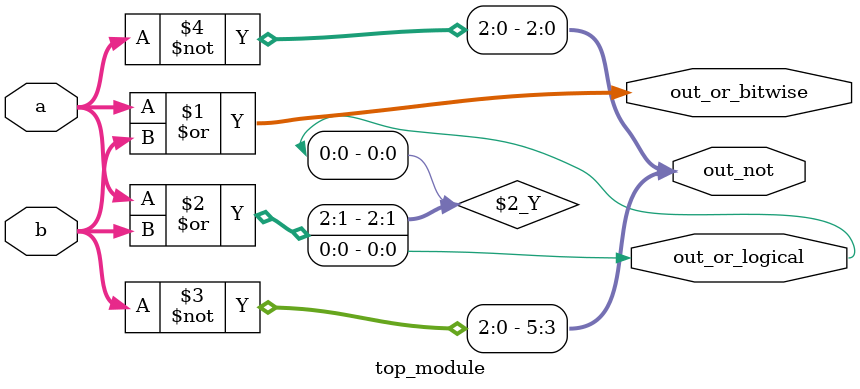
<source format=sv>
module top_module(
	input [2:0] a, 
	input [2:0] b, 
	output [2:0] out_or_bitwise,
	output out_or_logical,
	output [5:0] out_not
);
	
	// Bitwise OR
	assign out_or_bitwise = a | b;
	
	// Logical OR
	assign out_or_logical = a | b;

	// Bitwise NOT of a and b
	assign out_not[5:3] = ~b;
	assign out_not[2:0] = ~a;
	
endmodule

</source>
